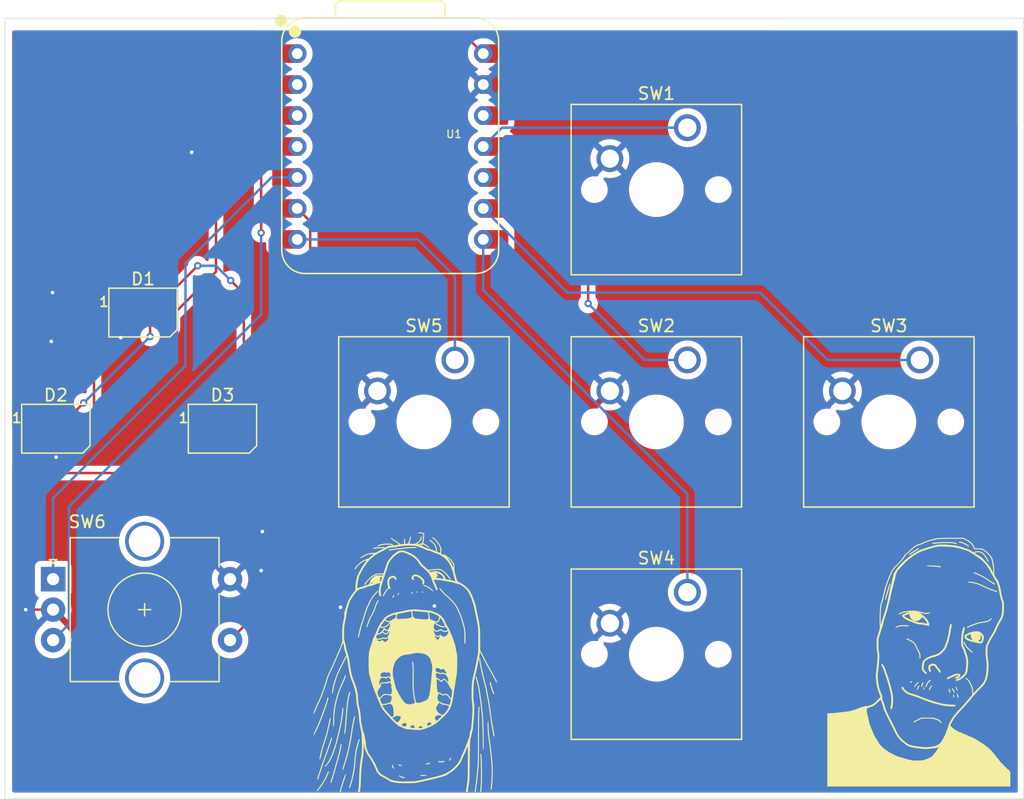
<source format=kicad_pcb>
(kicad_pcb (version 20240108) (generator "pcbnew") (generator_version "8.0")
  (layers (0 "F.Cu" signal) (31 "B.Cu" signal) (34 "B.Paste" user) (35 "F.Paste" user) (36 "B.SilkS" user "B.Silkscreen") (37 "F.SilkS" user "F.Silkscreen") (38 "B.Mask" user) (39 "F.Mask" user) (44 "Edge.Cuts" user))
  (net 0 "")
  (net 1 "Net-(D1-DIN)")
  (net 2 "+5V")
  (net 3 "Net-(D1-DOUT)")
  (net 4 "GND")
  (net 5 "Net-(D2-DOUT)")
  (net 7 "Net-(U1-GPIO3{slash}MOSI)")
  (net 8 "Net-(U1-GPIO4{slash}MISO)")
  (net 9 "Net-(U1-GPIO2{slash}SCK)")
  (net 10 "Net-(U1-GPIO1{slash}RX)")
  (net 11 "Net-(U1-GPIO0{slash}TX)")
  (net 12 "Net-(U1-GPIO29{slash}ADC3{slash}A3)")
  (net 13 "Net-(U1-GPIO7{slash}SCL)")
  (net 14 "Net-(U1-GPIO6{slash}SDA)")
  (footprint "LOGO" (layer "F.Cu") (at 112.6 110.5)
    (property "Reference" "G***" (hide yes))
    (property "Value" "LOGO" (hide yes))
  )
  (footprint "Button_Switch_Keyboard:SW_Cherry_MX_1.00u_PCB" (layer "F.Cu") (at 154.78125 85.725)
    (property "Reference" "SW3" (at -2.54 -2.794 0) (layer "F.SilkS"))
    (property "Value" "SW_Push")
    (pad "" np_thru_hole circle (at -7.62 5.08) (size 1.7 1.7) (drill 1.7) (layers "*.Cu" "*.Mask"))
    (pad "" np_thru_hole circle (at -2.54 5.08) (size 4 4) (drill 4) (layers "*.Cu" "*.Mask"))
    (pad "" np_thru_hole circle (at 2.54 5.08) (size 1.7 1.7) (drill 1.7) (layers "*.Cu" "*.Mask"))
    (pad "1" thru_hole circle (at 0 0) (size 2.2 2.2) (drill 1.5) (layers "*.Cu" "*.Mask") (net 9 "Net-(U1-GPIO2{slash}SCK)"))
    (pad "2" thru_hole circle (at -6.35 2.54) (size 2.2 2.2) (drill 1.5) (layers "*.Cu" "*.Mask") (net 4 "GND"))
  )
  (footprint "LED_SMD:LED_SK6812MINI_PLCC4_3.5x3.5mm_P1.75mm" (layer "F.Cu") (at 83.975 91.3625)
    (property "Reference" "D2" (at 0 -2.75 0) (layer "F.SilkS"))
    (property "Value" "SK6812MINI")
    (fp_text user "1" (at -3.2 -0.875 0) (layer "F.SilkS") (effects (font (size 0.8 0.8))))
    (pad "1" smd rect (at -1.75 -0.875) (size 1.6 0.85) (layers "F.Cu" "F.Paste" "F.Mask") (net 5 "Net-(D2-DOUT)"))
    (pad "2" smd rect (at -1.75 0.875) (size 1.6 0.85) (layers "F.Cu" "F.Paste" "F.Mask") (net 4 "GND"))
    (pad "3" smd rect (at 1.75 0.875) (size 1.6 0.85) (layers "F.Cu" "F.Paste" "F.Mask") (net 3 "Net-(D1-DOUT)"))
    (pad "4" smd rect (at 1.75 -0.875) (size 1.6 0.85) (layers "F.Cu" "F.Paste" "F.Mask") (net 2 "+5V"))
  )
  (footprint "Button_Switch_Keyboard:SW_Cherry_MX_1.00u_PCB" (layer "F.Cu") (at 116.68125 85.725)
    (property "Reference" "SW5" (at -2.54 -2.794 0) (layer "F.SilkS"))
    (property "Value" "SW_Push")
    (pad "" np_thru_hole circle (at -7.62 5.08) (size 1.7 1.7) (drill 1.7) (layers "*.Cu" "*.Mask"))
    (pad "" np_thru_hole circle (at -2.54 5.08) (size 4 4) (drill 4) (layers "*.Cu" "*.Mask"))
    (pad "" np_thru_hole circle (at 2.54 5.08) (size 1.7 1.7) (drill 1.7) (layers "*.Cu" "*.Mask"))
    (pad "1" thru_hole circle (at 0 0) (size 2.2 2.2) (drill 1.5) (layers "*.Cu" "*.Mask") (net 11 "Net-(U1-GPIO0{slash}TX)"))
    (pad "2" thru_hole circle (at -6.35 2.54) (size 2.2 2.2) (drill 1.5) (layers "*.Cu" "*.Mask") (net 4 "GND"))
  )
  (footprint "LED_SMD:LED_SK6812MINI_PLCC4_3.5x3.5mm_P1.75mm" (layer "F.Cu") (at 97.63125 91.3625)
    (property "Reference" "D3" (at 0 -2.75 0) (layer "F.SilkS"))
    (property "Value" "SK6812MINI")
    (fp_text user "1" (at -3.2 -0.875 0) (layer "F.SilkS") (effects (font (size 0.8 0.8))))
    (pad "1" smd rect (at -1.75 -0.875) (size 1.6 0.85) (layers "F.Cu" "F.Paste" "F.Mask"))
    (pad "2" smd rect (at -1.75 0.875) (size 1.6 0.85) (layers "F.Cu" "F.Paste" "F.Mask") (net 4 "GND"))
    (pad "3" smd rect (at 1.75 0.875) (size 1.6 0.85) (layers "F.Cu" "F.Paste" "F.Mask") (net 5 "Net-(D2-DOUT)"))
    (pad "4" smd rect (at 1.75 -0.875) (size 1.6 0.85) (layers "F.Cu" "F.Paste" "F.Mask") (net 2 "+5V"))
  )
  (footprint "Button_Switch_Keyboard:SW_Cherry_MX_1.00u_PCB" (layer "F.Cu") (at 135.73125 66.675)
    (property "Reference" "SW1" (at -2.54 -2.794 0) (layer "F.SilkS"))
    (property "Value" "SW_Push")
    (pad "" np_thru_hole circle (at -7.62 5.08) (size 1.7 1.7) (drill 1.7) (layers "*.Cu" "*.Mask"))
    (pad "" np_thru_hole circle (at -2.54 5.08) (size 4 4) (drill 4) (layers "*.Cu" "*.Mask"))
    (pad "" np_thru_hole circle (at 2.54 5.08) (size 1.7 1.7) (drill 1.7) (layers "*.Cu" "*.Mask"))
    (pad "1" thru_hole circle (at 0 0) (size 2.2 2.2) (drill 1.5) (layers "*.Cu" "*.Mask") (net 7 "Net-(U1-GPIO3{slash}MOSI)"))
    (pad "2" thru_hole circle (at -6.35 2.54) (size 2.2 2.2) (drill 1.5) (layers "*.Cu" "*.Mask") (net 4 "GND"))
  )
  (footprint "Rotary_Encoder:RotaryEncoder_Alps_EC11E-Switch_Vertical_H20mm_CircularMountingHoles" (layer "F.Cu") (at 83.75 103.7)
    (property "Reference" "SW6" (at 2.8 -4.7 0) (layer "F.SilkS"))
    (property "Value" "RotaryEncoder_Switch")
    (pad "A" thru_hole rect (at 0 0) (size 2 2) (drill 1) (layers "*.Cu" "*.Mask") (net 14 "Net-(U1-GPIO6{slash}SDA)"))
    (pad "B" thru_hole circle (at 0 5) (size 2 2) (drill 1) (layers "*.Cu" "*.Mask") (net 12 "Net-(U1-GPIO29{slash}ADC3{slash}A3)"))
    (pad "C" thru_hole circle (at 0 2.5) (size 2 2) (drill 1) (layers "*.Cu" "*.Mask") (net 4 "GND"))
    (pad "MP" thru_hole circle (at 7.5 -3.1) (size 3.2 3.2) (drill 2.6) (layers "*.Cu" "*.Mask"))
    (pad "MP" thru_hole circle (at 7.5 8.1) (size 3.2 3.2) (drill 2.6) (layers "*.Cu" "*.Mask"))
    (pad "S1" thru_hole circle (at 14.5 5) (size 2 2) (drill 1) (layers "*.Cu" "*.Mask") (net 13 "Net-(U1-GPIO7{slash}SCL)"))
    (pad "S2" thru_hole circle (at 14.5 0) (size 2 2) (drill 1) (layers "*.Cu" "*.Mask") (net 4 "GND"))
  )
  (footprint "Button_Switch_Keyboard:SW_Cherry_MX_1.00u_PCB" (layer "F.Cu") (at 135.73125 104.775)
    (property "Reference" "SW4" (at -2.54 -2.794 0) (layer "F.SilkS"))
    (property "Value" "SW_Push")
    (pad "" np_thru_hole circle (at -7.62 5.08) (size 1.7 1.7) (drill 1.7) (layers "*.Cu" "*.Mask"))
    (pad "" np_thru_hole circle (at -2.54 5.08) (size 4 4) (drill 4) (layers "*.Cu" "*.Mask"))
    (pad "" np_thru_hole circle (at 2.54 5.08) (size 1.7 1.7) (drill 1.7) (layers "*.Cu" "*.Mask"))
    (pad "1" thru_hole circle (at 0 0) (size 2.2 2.2) (drill 1.5) (layers "*.Cu" "*.Mask") (net 10 "Net-(U1-GPIO1{slash}RX)"))
    (pad "2" thru_hole circle (at -6.35 2.54) (size 2.2 2.2) (drill 1.5) (layers "*.Cu" "*.Mask") (net 4 "GND"))
  )
  (footprint "LED_SMD:LED_SK6812MINI_PLCC4_3.5x3.5mm_P1.75mm" (layer "F.Cu") (at 91.11875 81.8375)
    (property "Reference" "D1" (at 0 -2.75 0) (layer "F.SilkS"))
    (property "Value" "SK6812MINI")
    (fp_text user "1" (at -3.2 -0.875 0) (layer "F.SilkS") (effects (font (size 0.8 0.8))))
    (pad "1" smd rect (at -1.75 -0.875) (size 1.6 0.85) (layers "F.Cu" "F.Paste" "F.Mask") (net 3 "Net-(D1-DOUT)"))
    (pad "2" smd rect (at -1.75 0.875) (size 1.6 0.85) (layers "F.Cu" "F.Paste" "F.Mask") (net 4 "GND"))
    (pad "3" smd rect (at 1.75 0.875) (size 1.6 0.85) (layers "F.Cu" "F.Paste" "F.Mask") (net 1 "Net-(D1-DIN)"))
    (pad "4" smd rect (at 1.75 -0.875) (size 1.6 0.85) (layers "F.Cu" "F.Paste" "F.Mask") (net 2 "+5V"))
  )
  (footprint "LOGO" (layer "F.Cu") (at 154.7 110.5)
    (property "Reference" "G***" (hide yes))
    (property "Value" "LOGO" (hide yes))
  )
  (footprint "Button_Switch_Keyboard:SW_Cherry_MX_1.00u_PCB" (layer "F.Cu") (at 135.73125 85.725)
    (property "Reference" "SW2" (at -2.54 -2.794 0) (layer "F.SilkS"))
    (property "Value" "SW_Push")
    (pad "" np_thru_hole circle (at -7.62 5.08) (size 1.7 1.7) (drill 1.7) (layers "*.Cu" "*.Mask"))
    (pad "" np_thru_hole circle (at -2.54 5.08) (size 4 4) (drill 4) (layers "*.Cu" "*.Mask"))
    (pad "" np_thru_hole circle (at 2.54 5.08) (size 1.7 1.7) (drill 1.7) (layers "*.Cu" "*.Mask"))
    (pad "1" thru_hole circle (at 0 0) (size 2.2 2.2) (drill 1.5) (layers "*.Cu" "*.Mask") (net 8 "Net-(U1-GPIO4{slash}MISO)"))
    (pad "2" thru_hole circle (at -6.35 2.54) (size 2.2 2.2) (drill 1.5) (layers "*.Cu" "*.Mask") (net 4 "GND"))
  )
  (footprint "OPL:XIAO-RP2040-DIP" (layer "F.Cu") (at 111.38 68.22)
    (property "Reference" "U1" (at 5.22 -1.02 0) (layer "F.SilkS") (effects (font (size 0.635 0.635) (thickness 0.1016))))
    (property "Value" "XIAO-RP2040-DIP")
    (pad "1" smd roundrect (at -8.455 -7.62 180) (size 2.432 1.524) (layers "F.Cu" "F.Mask") (roundrect_rratio 0.1) (net 1 "Net-(D1-DIN)"))
    (pad "1" thru_hole circle (at -7.62 -7.62 180) (size 1.524 1.524) (drill 0.889) (layers "*.Cu" "*.Mask") (net 1 "Net-(D1-DIN)"))
    (pad "2" smd roundrect (at -8.455 -5.08 180) (size 2.432 1.524) (layers "F.Cu" "F.Mask") (roundrect_rratio 0.1))
    (pad "2" thru_hole circle (at -7.62 -5.08 180) (size 1.524 1.524) (drill 0.889) (layers "*.Cu" "*.Mask"))
    (pad "3" smd roundrect (at -8.455 -2.54 180) (size 2.432 1.524) (layers "F.Cu" "F.Mask") (roundrect_rratio 0.1))
    (pad "3" thru_hole circle (at -7.62 -2.54 180) (size 1.524 1.524) (drill 0.889) (layers "*.Cu" "*.Mask"))
    (pad "4" smd roundrect (at -8.455 0 180) (size 2.432 1.524) (layers "F.Cu" "F.Mask") (roundrect_rratio 0.1) (net 12 "Net-(U1-GPIO29{slash}ADC3{slash}A3)"))
    (pad "4" thru_hole circle (at -7.62 0 180) (size 1.524 1.524) (drill 0.889) (layers "*.Cu" "*.Mask") (net 12 "Net-(U1-GPIO29{slash}ADC3{slash}A3)"))
    (pad "5" smd roundrect (at -8.455 2.54 180) (size 2.432 1.524) (layers "F.Cu" "F.Mask") (roundrect_rratio 0.1) (net 14 "Net-(U1-GPIO6{slash}SDA)"))
    (pad "5" thru_hole circle (at -7.62 2.54 180) (size 1.524 1.524) (drill 0.889) (layers "*.Cu" "*.Mask") (net 14 "Net-(U1-GPIO6{slash}SDA)"))
    (pad "6" smd roundrect (at -8.455 5.08 180) (size 2.432 1.524) (layers "F.Cu" "F.Mask") (roundrect_rratio 0.1) (net 13 "Net-(U1-GPIO7{slash}SCL)"))
    (pad "6" thru_hole circle (at -7.62 5.08 180) (size 1.524 1.524) (drill 0.889) (layers "*.Cu" "*.Mask") (net 13 "Net-(U1-GPIO7{slash}SCL)"))
    (pad "7" smd roundrect (at -8.455 7.62 180) (size 2.432 1.524) (layers "F.Cu" "F.Mask") (roundrect_rratio 0.1) (net 11 "Net-(U1-GPIO0{slash}TX)"))
    (pad "7" thru_hole circle (at -7.62 7.62 180) (size 1.524 1.524) (drill 0.889) (layers "*.Cu" "*.Mask") (net 11 "Net-(U1-GPIO0{slash}TX)"))
    (pad "8" thru_hole circle (at 7.62 7.62) (size 1.524 1.524) (drill 0.889) (layers "*.Cu" "*.Mask") (net 10 "Net-(U1-GPIO1{slash}RX)"))
    (pad "8" smd roundrect (at 8.455 7.62) (size 2.432 1.524) (layers "F.Cu" "F.Mask") (roundrect_rratio 0.1) (net 10 "Net-(U1-GPIO1{slash}RX)"))
    (pad "9" thru_hole circle (at 7.62 5.08) (size 1.524 1.524) (drill 0.889) (layers "*.Cu" "*.Mask") (net 9 "Net-(U1-GPIO2{slash}SCK)"))
    (pad "9" smd roundrect (at 8.455 5.08) (size 2.432 1.524) (layers "F.Cu" "F.Mask") (roundrect_rratio 0.1) (net 9 "Net-(U1-GPIO2{slash}SCK)"))
    (pad "10" thru_hole circle (at 7.62 2.54) (size 1.524 1.524) (drill 0.889) (layers "*.Cu" "*.Mask") (net 8 "Net-(U1-GPIO4{slash}MISO)"))
    (pad "10" smd roundrect (at 8.455 2.54) (size 2.432 1.524) (layers "F.Cu" "F.Mask") (roundrect_rratio 0.1) (net 8 "Net-(U1-GPIO4{slash}MISO)"))
    (pad "11" thru_hole circle (at 7.62 0) (size 1.524 1.524) (drill 0.889) (layers "*.Cu" "*.Mask") (net 7 "Net-(U1-GPIO3{slash}MOSI)"))
    (pad "11" smd roundrect (at 8.455 0) (size 2.432 1.524) (layers "F.Cu" "F.Mask") (roundrect_rratio 0.1) (net 7 "Net-(U1-GPIO3{slash}MOSI)"))
    (pad "12" thru_hole circle (at 7.62 -2.54) (size 1.524 1.524) (drill 0.889) (layers "*.Cu" "*.Mask"))
    (pad "12" smd roundrect (at 8.455 -2.54) (size 2.432 1.524) (layers "F.Cu" "F.Mask") (roundrect_rratio 0.1))
    (pad "13" thru_hole circle (at 7.62 -5.08) (size 1.524 1.524) (drill 0.889) (layers "*.Cu" "*.Mask") (net 4 "GND"))
    (pad "13" smd roundrect (at 8.455 -5.08) (size 2.432 1.524) (layers "F.Cu" "F.Mask") (roundrect_rratio 0.1) (net 4 "GND"))
    (pad "14" thru_hole circle (at 7.62 -7.62) (size 1.524 1.524) (drill 0.889) (layers "*.Cu" "*.Mask") (net 2 "+5V"))
    (pad "14" smd roundrect (at 8.455 -7.62) (size 2.432 1.524) (layers "F.Cu" "F.Mask") (roundrect_rratio 0.1) (net 2 "+5V"))
  )
  (gr_rect (start 79.8 57.7) (end 163.3 121.7) (stroke (width 0.05)) (fill none) (layer "Edge.Cuts"))
  (gr_text "XIAO HERE!" (at 107.5 70.5 0) (layer "F.Cu") (effects (font (size 1 1) (thickness 0.2) (bold yes)) (justify left bottom)))
  (gr_text "Lyndon's\nButtonMasher.exe\nV1" (at 142.85 65.9 0) (layer "F.Cu") (effects (font (size 1.5 1.5) (thickness 0.3) (bold yes)) (justify left bottom)))
  (segment (start 97.1 78.4875) (end 97.1 66.425) (width 0.2) (layer "F.Cu") (net 1))
  (segment (start 92.875 82.7125) (end 97.1 78.4875) (width 0.2) (layer "F.Cu") (net 1))
  (segment (start 97.1 66.425) (end 102.925 60.6) (width 0.2) (layer "F.Cu") (net 1))
  (segment (start 92.86875 82.7125) (end 92.875 82.7125) (width 0.2) (layer "F.Cu") (net 1))
  (segment (start 101.1 58.9) (end 117.3 58.9) (width 0.2) (layer "F.Cu") (net 2))
  (segment (start 95.6 78) (end 92.86875 80.73125) (width 0.2) (layer "F.Cu") (net 2))
  (segment (start 92.86875 80.9625) (end 92.86875 67.13125) (width 0.2) (layer "F.Cu") (net 2))
  (segment (start 91.7 82.13125) (end 92.86875 80.9625) (width 0.2) (layer "F.Cu") (net 2))
  (segment (start 92.86875 80.73125) (end 92.86875 80.9625) (width 0.2) (layer "F.Cu") (net 2))
  (segment (start 85.725 89.775) (end 85.725 90.4875) (width 0.2) (layer "F.Cu") (net 2))
  (segment (start 117.3 58.9) (end 119 60.6) (width 0.2) (layer "F.Cu") (net 2))
  (segment (start 99.38125 90.4875) (end 99.38125 80.28125) (width 0.2) (layer "F.Cu") (net 2))
  (segment (start 86.25 89.25) (end 85.725 89.775) (width 0.2) (layer "F.Cu") (net 2))
  (segment (start 99.38125 80.28125) (end 98.3 79.2) (width 0.2) (layer "F.Cu") (net 2))
  (segment (start 92.86875 67.13125) (end 101.1 58.9) (width 0.2) (layer "F.Cu") (net 2))
  (segment (start 91.7 83.8) (end 91.7 82.13125) (width 0.2) (layer "F.Cu") (net 2))
  (via (at 98.3 79.2) (size 0.6) (drill 0.3) (layers "F.Cu" "B.Cu") (net 2))
  (via (at 86.25 89.25) (size 0.6) (drill 0.3) (layers "F.Cu" "B.Cu") (net 2))
  (via (at 91.7 83.8) (size 0.6) (drill 0.3) (layers "F.Cu" "B.Cu") (net 2))
  (via (at 95.6 78) (size 0.6) (drill 0.3) (layers "F.Cu" "B.Cu") (net 2))
  (segment (start 98.3 79.2) (end 97.1 78) (width 0.2) (layer "B.Cu") (net 2))
  (segment (start 97.1 78) (end 95.6 78) (width 0.2) (layer "B.Cu") (net 2))
  (segment (start 91.7 83.8) (end 86.25 89.25) (width 0.2) (layer "B.Cu") (net 2))
  (segment (start 89.36875 80.9625) (end 87.9375 80.9625) (width 0.2) (layer "F.Cu") (net 3))
  (segment (start 87.1 90.8625) (end 85.725 92.2375) (width 0.2) (layer "F.Cu") (net 3))
  (segment (start 87.9375 80.9625) (end 87.1 81.8) (width 0.2) (layer "F.Cu") (net 3))
  (segment (start 87.1 81.8) (end 87.1 90.8625) (width 0.2) (layer "F.Cu") (net 3))
  (segment (start 81.6 93.6) (end 81.5 93.5) (width 0.2) (layer "F.Cu") (net 4))
  (segment (start 89.36875 83.83125) (end 89.3 83.9) (width 0.2) (layer "F.Cu") (net 4))
  (segment (start 83.75 106.2) (end 81.5 106.2) (width 0.2) (layer "F.Cu") (net 4))
  (via (at 83.7 80.2) (size 0.6) (drill 0.3) (layers "F.Cu" "B.Cu") (net 4))
  (via (at 107.3 106) (size 0.6) (drill 0.3) (layers "F.Cu" "B.Cu") (net 4))
  (via (at 81.5 106.2) (size 0.6) (drill 0.3) (layers "F.Cu" "B.Cu") (net 4))
  (via (at 84 93.7) (size 0.6) (drill 0.3) (layers "F.Cu" "B.Cu") (net 4))
  (via (at 100.9 99.8) (size 0.6) (drill 0.3) (layers "F.Cu" "B.Cu") (net 4))
  (via (at 100.8 103) (size 0.6) (drill 0.3) (layers "F.Cu" "B.Cu") (net 4))
  (via (at 83.6 84.2) (size 0.6) (drill 0.3) (layers "F.Cu" "B.Cu") (net 4))
  (via (at 95.1 68.7) (size 0.6) (drill 0.3) (layers "F.Cu" "B.Cu") (net 4))
  (via (at 89.3 83.9) (size 0.6) (drill 0.3) (layers "F.Cu" "B.Cu") (net 4))
  (via (at 115 105.9) (size 0.6) (drill 0.3) (layers "F.Cu" "B.Cu") (net 4))
  (segment (start 80.9 93.748529) (end 82.151471 95) (width 0.2) (layer "F.Cu") (net 5))
  (segment (start 96.61875 95) (end 99.38125 92.2375) (width 0.2) (layer "F.Cu") (net 5))
  (segment (start 82.151471 95) (end 96.61875 95) (width 0.2) (layer "F.Cu") (net 5))
  (segment (start 80.9 91.8125) (end 80.9 93.748529) (width 0.2) (layer "F.Cu") (net 5))
  (segment (start 82.225 90.4875) (end 80.9 91.8125) (width 0.2) (layer "F.Cu") (net 5))
  (segment (start 120.545 66.675) (end 119 68.22) (width 0.2) (layer "B.Cu") (net 7))
  (segment (start 135.73125 66.675) (end 120.545 66.675) (width 0.2) (layer "B.Cu") (net 7))
  (segment (start 127.6 78.747786) (end 119.612214 70.76) (width 0.2) (layer "F.Cu") (net 8))
  (segment (start 127.6 81.1) (end 127.6 78.747786) (width 0.2) (layer "F.Cu") (net 8))
  (segment (start 119.612214 70.76) (end 119 70.76) (width 0.2) (layer "F.Cu") (net 8))
  (via (at 127.6 81.1) (size 0.6) (drill 0.3) (layers "F.Cu" "B.Cu") (net 8))
  (segment (start 135.73125 85.725) (end 132.225 85.725) (width 0.2) (layer "B.Cu") (net 8))
  (segment (start 132.225 85.725) (end 127.6 81.1) (width 0.2) (layer "B.Cu") (net 8))
  (segment (start 125.9 80.2) (end 119 73.3) (width 0.2) (layer "B.Cu") (net 9))
  (segment (start 154.78125 85.725) (end 147.225 85.725) (width 0.2) (layer "B.Cu") (net 9))
  (segment (start 147.225 85.725) (end 141.7 80.2) (width 0.2) (layer "B.Cu") (net 9))
  (segment (start 141.7 80.2) (end 125.9 80.2) (width 0.2) (layer "B.Cu") (net 9))
  (segment (start 119 79.996694) (end 119 75.84) (width 0.2) (layer "B.Cu") (net 10))
  (segment (start 135.73125 104.775) (end 135.73125 96.727944) (width 0.2) (layer "B.Cu") (net 10))
  (segment (start 135.73125 96.727944) (end 119 79.996694) (width 0.2) (layer "B.Cu") (net 10))
  (segment (start 113.64 75.84) (end 103.76 75.84) (width 0.2) (layer "B.Cu") (net 11))
  (segment (start 116.68125 78.88125) (end 113.64 75.84) (width 0.2) (layer "B.Cu") (net 11))
  (segment (start 116.68125 85.725) (end 116.68125 78.88125) (width 0.2) (layer "B.Cu") (net 11))
  (segment (start 100.8 70.345) (end 102.925 68.22) (width 0.2) (layer "F.Cu") (net 12))
  (segment (start 100.8 75.3) (end 100.8 70.345) (width 0.2) (layer "F.Cu") (net 12))
  (via (at 100.8 75.3) (size 0.6) (drill 0.3) (layers "F.Cu" "B.Cu") (net 12))
  (segment (start 83.75 108.7) (end 85.05 107.4) (width 0.2) (layer "B.Cu") (net 12))
  (segment (start 85.05 107.4) (end 85.05 97.75) (width 0.2) (layer "B.Cu") (net 12))
  (segment (start 85.05 97.75) (end 100.8 82) (width 0.2) (layer "B.Cu") (net 12))
  (segment (start 100.8 82) (end 100.8 75.3) (width 0.2) (layer "B.Cu") (net 12))
  (segment (start 100.7 75.2) (end 100.8 75.3) (width 0.2) (layer "B.Cu") (net 12))
  (segment (start 98.25 108.7) (end 104.822 102.128) (width 0.2) (layer "F.Cu") (net 13))
  (segment (start 104.822 74.362) (end 103.76 73.3) (width 0.2) (layer "F.Cu") (net 13))
  (segment (start 104.822 102.128) (end 104.822 74.362) (width 0.2) (layer "F.Cu") (net 13))
  (segment (start 101.64 70.76) (end 103.76 70.76) (width 0.2) (layer "B.Cu") (net 14))
  (segment (start 94.6 86.2) (end 94.6 77.8) (width 0.2) (layer "B.Cu") (net 14))
  (segment (start 83.75 103.7) (end 83.75 97.05) (width 0.2) (layer "B.Cu") (net 14))
  (segment (start 94.6 77.8) (end 101.64 70.76) (width 0.2) (layer "B.Cu") (net 14))
  (segment (start 83.75 97.05) (end 94.6 86.2) (width 0.2) (layer "B.Cu") (net 14))
  (zone (net 4) (net_name "GND") (layers "F&B.Cu") (connect_pads (clearance 0.5)) (min_thickness 0.25) (fill yes (thermal_gap 0.5) (thermal_bridge_width 0.5))
    (polygon (pts (xy 80.4 121.1) (xy 80.4 58.7124) (xy 80.4124 58.7) (xy 162.8 58.7) (xy 163 58.9) (xy 163 121.3) (xy 162.9 121.4) (xy 80.7 121.4)))
  )
)
</source>
